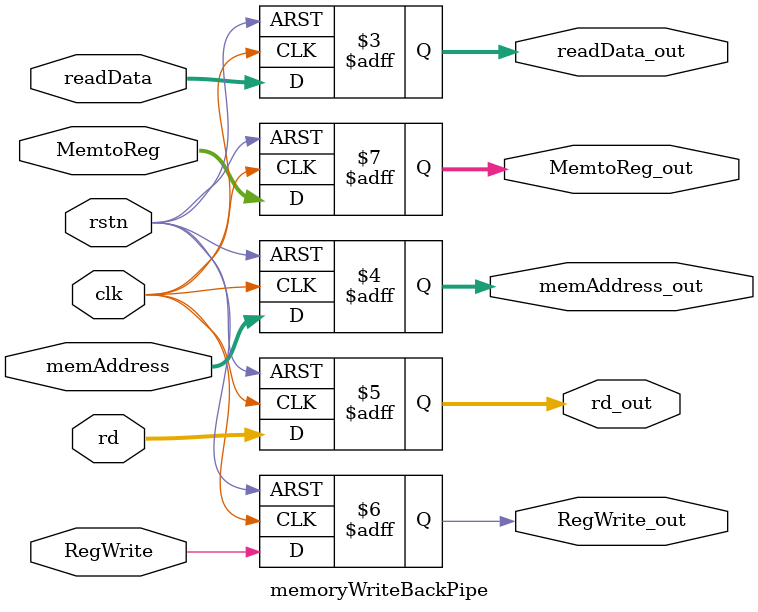
<source format=sv>
module memoryWriteBackPipe (
    input logic clk, rstn,
    input logic [31:0] readData, memAddress, //Jump_addr,
    input logic [4:0] rd,
    input logic RegWrite, 
    input logic [1:0] MemtoReg,
    output logic [31:0] readData_out, memAddress_out, //Jump_addr_out,
    output logic [4:0] rd_out,
    output logic RegWrite_out,
    output logic [1:0] MemtoReg_out
);

    always_ff @(posedge clk or negedge rstn) begin
        if(!rstn) begin
            readData_out <= 0; 
            memAddress_out <= 0;
            rd_out <= 0;
            RegWrite_out <= 1; 
            MemtoReg_out <= 0;   
            //Jump_addr_out <= 0;
        end else begin
            readData_out <= readData; 
            memAddress_out <= memAddress;
            rd_out <= rd;
            RegWrite_out <= RegWrite; 
            MemtoReg_out <= MemtoReg;
            // Jump_addr_out <= Jump_addr;
        end    
    end
    
endmodule
</source>
